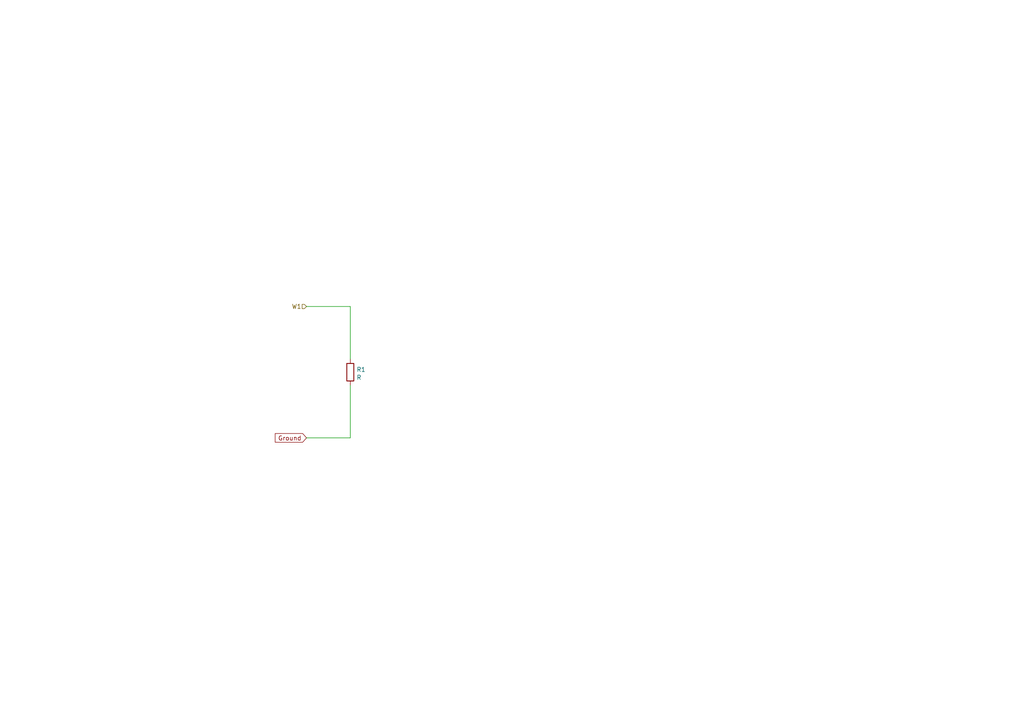
<source format=kicad_sch>
(kicad_sch (version 20210406) (generator eeschema)
  (paper "A4")
  (lib_symbols
    (symbol "Device:R" (pin_numbers hide) (pin_names (offset 0))
      (property "Reference" "R" (at 2.032 0 90))
      (property "Value" "R" (at 0 0 90))
      (symbol "R_0_1"
        (rectangle (start -1.016 -2.54) (end 1.016 2.54) (stroke (width 0.254)))
      )
      (symbol "R_1_1"
        (pin passive line (at 0 3.81 270) (length 1.27) (name "~") (number "1"))
        (pin passive line (at 0 -3.81 90) (length 1.27) (name "~") (number "2"))
      )
    )
  )
  (wire (pts (xy 101.6 88.9) (xy 88.9 88.9)))
  (wire (pts (xy 101.6 104.14) (xy 101.6 88.9)))
  (wire (pts (xy 101.6 111.76) (xy 101.6 127)))
  (wire (pts (xy 101.6 127) (xy 88.9 127)))
  (global_label "Ground" (shape input) (at 88.9 127 180) (property "Intersheet References" "${INTERSHEET_REFS}" (effects hide)))
  (hierarchical_label "W1" (shape input) (at 88.9 88.9 180))
  (symbol (lib_id "Device:R") (at 101.6 107.95 0) (unit 1)
    (property "Reference" "R1" (at 103.3781 107.1891 0) (effects (justify left)))
    (property "Value" "R" (at 103.3781 109.4878 0) (effects (justify left)))
  )
)
</source>
